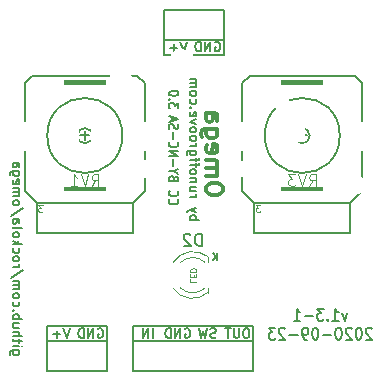
<source format=gbo>
%TF.GenerationSoftware,KiCad,Pcbnew,6.0.0+dfsg1-2*%
%TF.CreationDate,2022-01-11T21:16:38+02:00*%
%TF.ProjectId,omega,6f6d6567-612e-46b6-9963-61645f706362,rev?*%
%TF.SameCoordinates,Original*%
%TF.FileFunction,Legend,Bot*%
%TF.FilePolarity,Positive*%
%FSLAX46Y46*%
G04 Gerber Fmt 4.6, Leading zero omitted, Abs format (unit mm)*
G04 Created by KiCad (PCBNEW 6.0.0+dfsg1-2) date 2022-01-11 21:16:38*
%MOMM*%
%LPD*%
G01*
G04 APERTURE LIST*
%ADD10C,0.300000*%
%ADD11C,0.127000*%
%ADD12C,0.081280*%
%ADD13C,0.048768*%
%ADD14C,0.150000*%
%ADD15C,0.100000*%
%ADD16C,0.120000*%
%ADD17C,1.600000*%
%ADD18O,1.600000X1.600000*%
%ADD19R,1.600000X1.600000*%
%ADD20O,2.250000X2.250000*%
%ADD21R,1.930400X1.930400*%
%ADD22O,1.930400X1.930400*%
%ADD23R,2.200000X2.200000*%
%ADD24O,2.200000X2.200000*%
%ADD25O,2.000000X2.000000*%
%ADD26R,1.800000X1.800000*%
%ADD27C,1.800000*%
G04 APERTURE END LIST*
D10*
X108970666Y-68039857D02*
X108970666Y-67754142D01*
X108904000Y-67611285D01*
X108770666Y-67468428D01*
X108504000Y-67397000D01*
X108037333Y-67397000D01*
X107770666Y-67468428D01*
X107637333Y-67611285D01*
X107570666Y-67754142D01*
X107570666Y-68039857D01*
X107637333Y-68182714D01*
X107770666Y-68325571D01*
X108037333Y-68397000D01*
X108504000Y-68397000D01*
X108770666Y-68325571D01*
X108904000Y-68182714D01*
X108970666Y-68039857D01*
X107570666Y-66754142D02*
X108504000Y-66754142D01*
X108370666Y-66754142D02*
X108437333Y-66682714D01*
X108504000Y-66539857D01*
X108504000Y-66325571D01*
X108437333Y-66182714D01*
X108304000Y-66111285D01*
X107570666Y-66111285D01*
X108304000Y-66111285D02*
X108437333Y-66039857D01*
X108504000Y-65897000D01*
X108504000Y-65682714D01*
X108437333Y-65539857D01*
X108304000Y-65468428D01*
X107570666Y-65468428D01*
X107637333Y-64182714D02*
X107570666Y-64325571D01*
X107570666Y-64611285D01*
X107637333Y-64754142D01*
X107770666Y-64825571D01*
X108304000Y-64825571D01*
X108437333Y-64754142D01*
X108504000Y-64611285D01*
X108504000Y-64325571D01*
X108437333Y-64182714D01*
X108304000Y-64111285D01*
X108170666Y-64111285D01*
X108037333Y-64825571D01*
X108504000Y-62825571D02*
X107370666Y-62825571D01*
X107237333Y-62897000D01*
X107170666Y-62968428D01*
X107104000Y-63111285D01*
X107104000Y-63325571D01*
X107170666Y-63468428D01*
X107637333Y-62825571D02*
X107570666Y-62968428D01*
X107570666Y-63254142D01*
X107637333Y-63397000D01*
X107704000Y-63468428D01*
X107837333Y-63539857D01*
X108237333Y-63539857D01*
X108370666Y-63468428D01*
X108437333Y-63397000D01*
X108504000Y-63254142D01*
X108504000Y-62968428D01*
X108437333Y-62825571D01*
X107570666Y-61468428D02*
X108304000Y-61468428D01*
X108437333Y-61539857D01*
X108504000Y-61682714D01*
X108504000Y-61968428D01*
X108437333Y-62111285D01*
X107637333Y-61468428D02*
X107570666Y-61611285D01*
X107570666Y-61968428D01*
X107637333Y-62111285D01*
X107770666Y-62182714D01*
X107904000Y-62182714D01*
X108037333Y-62111285D01*
X108104000Y-61968428D01*
X108104000Y-61611285D01*
X108170666Y-61468428D01*
D11*
X106191095Y-70496952D02*
X106991095Y-70496952D01*
X106686333Y-70496952D02*
X106724428Y-70420761D01*
X106724428Y-70268380D01*
X106686333Y-70192190D01*
X106648238Y-70154095D01*
X106572047Y-70116000D01*
X106343476Y-70116000D01*
X106267285Y-70154095D01*
X106229190Y-70192190D01*
X106191095Y-70268380D01*
X106191095Y-70420761D01*
X106229190Y-70496952D01*
X106724428Y-69849333D02*
X106191095Y-69658857D01*
X106724428Y-69468380D02*
X106191095Y-69658857D01*
X106000619Y-69735047D01*
X105962523Y-69773142D01*
X105924428Y-69849333D01*
X106191095Y-68554095D02*
X106724428Y-68554095D01*
X106572047Y-68554095D02*
X106648238Y-68516000D01*
X106686333Y-68477904D01*
X106724428Y-68401714D01*
X106724428Y-68325523D01*
X106724428Y-67716000D02*
X106191095Y-67716000D01*
X106724428Y-68058857D02*
X106305380Y-68058857D01*
X106229190Y-68020761D01*
X106191095Y-67944571D01*
X106191095Y-67830285D01*
X106229190Y-67754095D01*
X106267285Y-67716000D01*
X106724428Y-67335047D02*
X106191095Y-67335047D01*
X106648238Y-67335047D02*
X106686333Y-67296952D01*
X106724428Y-67220761D01*
X106724428Y-67106476D01*
X106686333Y-67030285D01*
X106610142Y-66992190D01*
X106191095Y-66992190D01*
X106191095Y-66496952D02*
X106229190Y-66573142D01*
X106267285Y-66611238D01*
X106343476Y-66649333D01*
X106572047Y-66649333D01*
X106648238Y-66611238D01*
X106686333Y-66573142D01*
X106724428Y-66496952D01*
X106724428Y-66382666D01*
X106686333Y-66306476D01*
X106648238Y-66268380D01*
X106572047Y-66230285D01*
X106343476Y-66230285D01*
X106267285Y-66268380D01*
X106229190Y-66306476D01*
X106191095Y-66382666D01*
X106191095Y-66496952D01*
X106724428Y-66001714D02*
X106724428Y-65696952D01*
X106191095Y-65887428D02*
X106876809Y-65887428D01*
X106953000Y-65849333D01*
X106991095Y-65773142D01*
X106991095Y-65696952D01*
X106724428Y-65544571D02*
X106724428Y-65239809D01*
X106191095Y-65430285D02*
X106876809Y-65430285D01*
X106953000Y-65392190D01*
X106991095Y-65316000D01*
X106991095Y-65239809D01*
X106724428Y-64630285D02*
X106076809Y-64630285D01*
X106000619Y-64668380D01*
X105962523Y-64706476D01*
X105924428Y-64782666D01*
X105924428Y-64896952D01*
X105962523Y-64973142D01*
X106229190Y-64630285D02*
X106191095Y-64706476D01*
X106191095Y-64858857D01*
X106229190Y-64935047D01*
X106267285Y-64973142D01*
X106343476Y-65011238D01*
X106572047Y-65011238D01*
X106648238Y-64973142D01*
X106686333Y-64935047D01*
X106724428Y-64858857D01*
X106724428Y-64706476D01*
X106686333Y-64630285D01*
X106191095Y-64249333D02*
X106724428Y-64249333D01*
X106572047Y-64249333D02*
X106648238Y-64211238D01*
X106686333Y-64173142D01*
X106724428Y-64096952D01*
X106724428Y-64020761D01*
X106191095Y-63639809D02*
X106229190Y-63716000D01*
X106267285Y-63754095D01*
X106343476Y-63792190D01*
X106572047Y-63792190D01*
X106648238Y-63754095D01*
X106686333Y-63716000D01*
X106724428Y-63639809D01*
X106724428Y-63525523D01*
X106686333Y-63449333D01*
X106648238Y-63411238D01*
X106572047Y-63373142D01*
X106343476Y-63373142D01*
X106267285Y-63411238D01*
X106229190Y-63449333D01*
X106191095Y-63525523D01*
X106191095Y-63639809D01*
X106191095Y-62916000D02*
X106229190Y-62992190D01*
X106267285Y-63030285D01*
X106343476Y-63068380D01*
X106572047Y-63068380D01*
X106648238Y-63030285D01*
X106686333Y-62992190D01*
X106724428Y-62916000D01*
X106724428Y-62801714D01*
X106686333Y-62725523D01*
X106648238Y-62687428D01*
X106572047Y-62649333D01*
X106343476Y-62649333D01*
X106267285Y-62687428D01*
X106229190Y-62725523D01*
X106191095Y-62801714D01*
X106191095Y-62916000D01*
X106724428Y-62382666D02*
X106191095Y-62192190D01*
X106724428Y-62001714D01*
X106229190Y-61392190D02*
X106191095Y-61468380D01*
X106191095Y-61620761D01*
X106229190Y-61696952D01*
X106305380Y-61735047D01*
X106610142Y-61735047D01*
X106686333Y-61696952D01*
X106724428Y-61620761D01*
X106724428Y-61468380D01*
X106686333Y-61392190D01*
X106610142Y-61354095D01*
X106533952Y-61354095D01*
X106457761Y-61735047D01*
X106267285Y-61011238D02*
X106229190Y-60973142D01*
X106191095Y-61011238D01*
X106229190Y-61049333D01*
X106267285Y-61011238D01*
X106191095Y-61011238D01*
X106229190Y-60287428D02*
X106191095Y-60363619D01*
X106191095Y-60516000D01*
X106229190Y-60592190D01*
X106267285Y-60630285D01*
X106343476Y-60668380D01*
X106572047Y-60668380D01*
X106648238Y-60630285D01*
X106686333Y-60592190D01*
X106724428Y-60516000D01*
X106724428Y-60363619D01*
X106686333Y-60287428D01*
X106191095Y-59830285D02*
X106229190Y-59906476D01*
X106267285Y-59944571D01*
X106343476Y-59982666D01*
X106572047Y-59982666D01*
X106648238Y-59944571D01*
X106686333Y-59906476D01*
X106724428Y-59830285D01*
X106724428Y-59716000D01*
X106686333Y-59639809D01*
X106648238Y-59601714D01*
X106572047Y-59563619D01*
X106343476Y-59563619D01*
X106267285Y-59601714D01*
X106229190Y-59639809D01*
X106191095Y-59716000D01*
X106191095Y-59830285D01*
X106191095Y-59220761D02*
X106724428Y-59220761D01*
X106648238Y-59220761D02*
X106686333Y-59182666D01*
X106724428Y-59106476D01*
X106724428Y-58992190D01*
X106686333Y-58916000D01*
X106610142Y-58877904D01*
X106191095Y-58877904D01*
X106610142Y-58877904D02*
X106686333Y-58839809D01*
X106724428Y-58763619D01*
X106724428Y-58649333D01*
X106686333Y-58573142D01*
X106610142Y-58535047D01*
X106191095Y-58535047D01*
X104489285Y-68755666D02*
X104451190Y-68789000D01*
X104413095Y-68889000D01*
X104413095Y-68955666D01*
X104451190Y-69055666D01*
X104527380Y-69122333D01*
X104603571Y-69155666D01*
X104755952Y-69189000D01*
X104870238Y-69189000D01*
X105022619Y-69155666D01*
X105098809Y-69122333D01*
X105175000Y-69055666D01*
X105213095Y-68955666D01*
X105213095Y-68889000D01*
X105175000Y-68789000D01*
X105136904Y-68755666D01*
X104489285Y-68055666D02*
X104451190Y-68089000D01*
X104413095Y-68189000D01*
X104413095Y-68255666D01*
X104451190Y-68355666D01*
X104527380Y-68422333D01*
X104603571Y-68455666D01*
X104755952Y-68489000D01*
X104870238Y-68489000D01*
X105022619Y-68455666D01*
X105098809Y-68422333D01*
X105175000Y-68355666D01*
X105213095Y-68255666D01*
X105213095Y-68189000D01*
X105175000Y-68089000D01*
X105136904Y-68055666D01*
X104832142Y-66989000D02*
X104794047Y-66889000D01*
X104755952Y-66855666D01*
X104679761Y-66822333D01*
X104565476Y-66822333D01*
X104489285Y-66855666D01*
X104451190Y-66889000D01*
X104413095Y-66955666D01*
X104413095Y-67222333D01*
X105213095Y-67222333D01*
X105213095Y-66989000D01*
X105175000Y-66922333D01*
X105136904Y-66889000D01*
X105060714Y-66855666D01*
X104984523Y-66855666D01*
X104908333Y-66889000D01*
X104870238Y-66922333D01*
X104832142Y-66989000D01*
X104832142Y-67222333D01*
X104794047Y-66389000D02*
X104413095Y-66389000D01*
X105213095Y-66622333D02*
X104794047Y-66389000D01*
X105213095Y-66155666D01*
X104717857Y-65922333D02*
X104717857Y-65389000D01*
X104413095Y-65055666D02*
X105213095Y-65055666D01*
X104413095Y-64655666D01*
X105213095Y-64655666D01*
X104489285Y-63922333D02*
X104451190Y-63955666D01*
X104413095Y-64055666D01*
X104413095Y-64122333D01*
X104451190Y-64222333D01*
X104527380Y-64289000D01*
X104603571Y-64322333D01*
X104755952Y-64355666D01*
X104870238Y-64355666D01*
X105022619Y-64322333D01*
X105098809Y-64289000D01*
X105175000Y-64222333D01*
X105213095Y-64122333D01*
X105213095Y-64055666D01*
X105175000Y-63955666D01*
X105136904Y-63922333D01*
X104717857Y-63622333D02*
X104717857Y-63089000D01*
X104451190Y-62789000D02*
X104413095Y-62689000D01*
X104413095Y-62522333D01*
X104451190Y-62455666D01*
X104489285Y-62422333D01*
X104565476Y-62389000D01*
X104641666Y-62389000D01*
X104717857Y-62422333D01*
X104755952Y-62455666D01*
X104794047Y-62522333D01*
X104832142Y-62655666D01*
X104870238Y-62722333D01*
X104908333Y-62755666D01*
X104984523Y-62789000D01*
X105060714Y-62789000D01*
X105136904Y-62755666D01*
X105175000Y-62722333D01*
X105213095Y-62655666D01*
X105213095Y-62489000D01*
X105175000Y-62389000D01*
X104641666Y-62122333D02*
X104641666Y-61789000D01*
X104413095Y-62189000D02*
X105213095Y-61955666D01*
X104413095Y-61722333D01*
X105213095Y-61022333D02*
X105213095Y-60589000D01*
X104908333Y-60822333D01*
X104908333Y-60722333D01*
X104870238Y-60655666D01*
X104832142Y-60622333D01*
X104755952Y-60589000D01*
X104565476Y-60589000D01*
X104489285Y-60622333D01*
X104451190Y-60655666D01*
X104413095Y-60722333D01*
X104413095Y-60922333D01*
X104451190Y-60989000D01*
X104489285Y-61022333D01*
X104489285Y-60289000D02*
X104451190Y-60255666D01*
X104413095Y-60289000D01*
X104451190Y-60322333D01*
X104489285Y-60289000D01*
X104413095Y-60289000D01*
X105213095Y-59822333D02*
X105213095Y-59755666D01*
X105175000Y-59689000D01*
X105136904Y-59655666D01*
X105060714Y-59622333D01*
X104908333Y-59589000D01*
X104717857Y-59589000D01*
X104565476Y-59622333D01*
X104489285Y-59655666D01*
X104451190Y-59689000D01*
X104413095Y-59755666D01*
X104413095Y-59822333D01*
X104451190Y-59889000D01*
X104489285Y-59922333D01*
X104565476Y-59955666D01*
X104717857Y-59989000D01*
X104908333Y-59989000D01*
X105060714Y-59955666D01*
X105136904Y-59922333D01*
X105175000Y-59889000D01*
X105213095Y-59822333D01*
X119492428Y-78355714D02*
X119278142Y-79022380D01*
X119063857Y-78355714D01*
X118249571Y-79022380D02*
X118763857Y-79022380D01*
X118506714Y-79022380D02*
X118506714Y-78022380D01*
X118592428Y-78165238D01*
X118678142Y-78260476D01*
X118763857Y-78308095D01*
X117863857Y-78927142D02*
X117821000Y-78974761D01*
X117863857Y-79022380D01*
X117906714Y-78974761D01*
X117863857Y-78927142D01*
X117863857Y-79022380D01*
X117521000Y-78022380D02*
X116963857Y-78022380D01*
X117263857Y-78403333D01*
X117135285Y-78403333D01*
X117049571Y-78450952D01*
X117006714Y-78498571D01*
X116963857Y-78593809D01*
X116963857Y-78831904D01*
X117006714Y-78927142D01*
X117049571Y-78974761D01*
X117135285Y-79022380D01*
X117392428Y-79022380D01*
X117478142Y-78974761D01*
X117521000Y-78927142D01*
X116578142Y-78641428D02*
X115892428Y-78641428D01*
X114992428Y-79022380D02*
X115506714Y-79022380D01*
X115249571Y-79022380D02*
X115249571Y-78022380D01*
X115335285Y-78165238D01*
X115421000Y-78260476D01*
X115506714Y-78308095D01*
X121592428Y-79727619D02*
X121549571Y-79680000D01*
X121463857Y-79632380D01*
X121249571Y-79632380D01*
X121163857Y-79680000D01*
X121121000Y-79727619D01*
X121078142Y-79822857D01*
X121078142Y-79918095D01*
X121121000Y-80060952D01*
X121635285Y-80632380D01*
X121078142Y-80632380D01*
X120521000Y-79632380D02*
X120435285Y-79632380D01*
X120349571Y-79680000D01*
X120306714Y-79727619D01*
X120263857Y-79822857D01*
X120221000Y-80013333D01*
X120221000Y-80251428D01*
X120263857Y-80441904D01*
X120306714Y-80537142D01*
X120349571Y-80584761D01*
X120435285Y-80632380D01*
X120521000Y-80632380D01*
X120606714Y-80584761D01*
X120649571Y-80537142D01*
X120692428Y-80441904D01*
X120735285Y-80251428D01*
X120735285Y-80013333D01*
X120692428Y-79822857D01*
X120649571Y-79727619D01*
X120606714Y-79680000D01*
X120521000Y-79632380D01*
X119878142Y-79727619D02*
X119835285Y-79680000D01*
X119749571Y-79632380D01*
X119535285Y-79632380D01*
X119449571Y-79680000D01*
X119406714Y-79727619D01*
X119363857Y-79822857D01*
X119363857Y-79918095D01*
X119406714Y-80060952D01*
X119921000Y-80632380D01*
X119363857Y-80632380D01*
X118806714Y-79632380D02*
X118721000Y-79632380D01*
X118635285Y-79680000D01*
X118592428Y-79727619D01*
X118549571Y-79822857D01*
X118506714Y-80013333D01*
X118506714Y-80251428D01*
X118549571Y-80441904D01*
X118592428Y-80537142D01*
X118635285Y-80584761D01*
X118721000Y-80632380D01*
X118806714Y-80632380D01*
X118892428Y-80584761D01*
X118935285Y-80537142D01*
X118978142Y-80441904D01*
X119021000Y-80251428D01*
X119021000Y-80013333D01*
X118978142Y-79822857D01*
X118935285Y-79727619D01*
X118892428Y-79680000D01*
X118806714Y-79632380D01*
X118121000Y-80251428D02*
X117435285Y-80251428D01*
X116835285Y-79632380D02*
X116749571Y-79632380D01*
X116663857Y-79680000D01*
X116621000Y-79727619D01*
X116578142Y-79822857D01*
X116535285Y-80013333D01*
X116535285Y-80251428D01*
X116578142Y-80441904D01*
X116621000Y-80537142D01*
X116663857Y-80584761D01*
X116749571Y-80632380D01*
X116835285Y-80632380D01*
X116921000Y-80584761D01*
X116963857Y-80537142D01*
X117006714Y-80441904D01*
X117049571Y-80251428D01*
X117049571Y-80013333D01*
X117006714Y-79822857D01*
X116963857Y-79727619D01*
X116921000Y-79680000D01*
X116835285Y-79632380D01*
X116106714Y-80632380D02*
X115935285Y-80632380D01*
X115849571Y-80584761D01*
X115806714Y-80537142D01*
X115721000Y-80394285D01*
X115678142Y-80203809D01*
X115678142Y-79822857D01*
X115721000Y-79727619D01*
X115763857Y-79680000D01*
X115849571Y-79632380D01*
X116021000Y-79632380D01*
X116106714Y-79680000D01*
X116149571Y-79727619D01*
X116192428Y-79822857D01*
X116192428Y-80060952D01*
X116149571Y-80156190D01*
X116106714Y-80203809D01*
X116021000Y-80251428D01*
X115849571Y-80251428D01*
X115763857Y-80203809D01*
X115721000Y-80156190D01*
X115678142Y-80060952D01*
X115292428Y-80251428D02*
X114606714Y-80251428D01*
X114220999Y-79727619D02*
X114178142Y-79680000D01*
X114092428Y-79632380D01*
X113878142Y-79632380D01*
X113792428Y-79680000D01*
X113749571Y-79727619D01*
X113706714Y-79822857D01*
X113706714Y-79918095D01*
X113749571Y-80060952D01*
X114263857Y-80632380D01*
X113706714Y-80632380D01*
X113406714Y-79632380D02*
X112849571Y-79632380D01*
X113149571Y-80013333D01*
X113020999Y-80013333D01*
X112935285Y-80060952D01*
X112892428Y-80108571D01*
X112849571Y-80203809D01*
X112849571Y-80441904D01*
X112892428Y-80537142D01*
X112935285Y-80584761D01*
X113020999Y-80632380D01*
X113278142Y-80632380D01*
X113363857Y-80584761D01*
X113406714Y-80537142D01*
X91738428Y-81558428D02*
X91090809Y-81558428D01*
X91014619Y-81596523D01*
X90976523Y-81634619D01*
X90938428Y-81710809D01*
X90938428Y-81825095D01*
X90976523Y-81901285D01*
X91243190Y-81558428D02*
X91205095Y-81634619D01*
X91205095Y-81787000D01*
X91243190Y-81863190D01*
X91281285Y-81901285D01*
X91357476Y-81939380D01*
X91586047Y-81939380D01*
X91662238Y-81901285D01*
X91700333Y-81863190D01*
X91738428Y-81787000D01*
X91738428Y-81634619D01*
X91700333Y-81558428D01*
X91205095Y-81177476D02*
X91738428Y-81177476D01*
X92005095Y-81177476D02*
X91967000Y-81215571D01*
X91928904Y-81177476D01*
X91967000Y-81139380D01*
X92005095Y-81177476D01*
X91928904Y-81177476D01*
X91738428Y-80910809D02*
X91738428Y-80606047D01*
X92005095Y-80796523D02*
X91319380Y-80796523D01*
X91243190Y-80758428D01*
X91205095Y-80682238D01*
X91205095Y-80606047D01*
X91205095Y-80339380D02*
X92005095Y-80339380D01*
X91205095Y-79996523D02*
X91624142Y-79996523D01*
X91700333Y-80034619D01*
X91738428Y-80110809D01*
X91738428Y-80225095D01*
X91700333Y-80301285D01*
X91662238Y-80339380D01*
X91738428Y-79272714D02*
X91205095Y-79272714D01*
X91738428Y-79615571D02*
X91319380Y-79615571D01*
X91243190Y-79577476D01*
X91205095Y-79501285D01*
X91205095Y-79387000D01*
X91243190Y-79310809D01*
X91281285Y-79272714D01*
X91205095Y-78891761D02*
X92005095Y-78891761D01*
X91700333Y-78891761D02*
X91738428Y-78815571D01*
X91738428Y-78663190D01*
X91700333Y-78587000D01*
X91662238Y-78548904D01*
X91586047Y-78510809D01*
X91357476Y-78510809D01*
X91281285Y-78548904D01*
X91243190Y-78587000D01*
X91205095Y-78663190D01*
X91205095Y-78815571D01*
X91243190Y-78891761D01*
X91281285Y-78167952D02*
X91243190Y-78129857D01*
X91205095Y-78167952D01*
X91243190Y-78206047D01*
X91281285Y-78167952D01*
X91205095Y-78167952D01*
X91243190Y-77444142D02*
X91205095Y-77520333D01*
X91205095Y-77672714D01*
X91243190Y-77748904D01*
X91281285Y-77787000D01*
X91357476Y-77825095D01*
X91586047Y-77825095D01*
X91662238Y-77787000D01*
X91700333Y-77748904D01*
X91738428Y-77672714D01*
X91738428Y-77520333D01*
X91700333Y-77444142D01*
X91205095Y-76987000D02*
X91243190Y-77063190D01*
X91281285Y-77101285D01*
X91357476Y-77139380D01*
X91586047Y-77139380D01*
X91662238Y-77101285D01*
X91700333Y-77063190D01*
X91738428Y-76987000D01*
X91738428Y-76872714D01*
X91700333Y-76796523D01*
X91662238Y-76758428D01*
X91586047Y-76720333D01*
X91357476Y-76720333D01*
X91281285Y-76758428D01*
X91243190Y-76796523D01*
X91205095Y-76872714D01*
X91205095Y-76987000D01*
X91205095Y-76377476D02*
X91738428Y-76377476D01*
X91662238Y-76377476D02*
X91700333Y-76339380D01*
X91738428Y-76263190D01*
X91738428Y-76148904D01*
X91700333Y-76072714D01*
X91624142Y-76034619D01*
X91205095Y-76034619D01*
X91624142Y-76034619D02*
X91700333Y-75996523D01*
X91738428Y-75920333D01*
X91738428Y-75806047D01*
X91700333Y-75729857D01*
X91624142Y-75691761D01*
X91205095Y-75691761D01*
X92043190Y-74739380D02*
X91014619Y-75425095D01*
X91205095Y-74472714D02*
X91738428Y-74472714D01*
X91586047Y-74472714D02*
X91662238Y-74434619D01*
X91700333Y-74396523D01*
X91738428Y-74320333D01*
X91738428Y-74244142D01*
X91205095Y-73863190D02*
X91243190Y-73939380D01*
X91281285Y-73977476D01*
X91357476Y-74015571D01*
X91586047Y-74015571D01*
X91662238Y-73977476D01*
X91700333Y-73939380D01*
X91738428Y-73863190D01*
X91738428Y-73748904D01*
X91700333Y-73672714D01*
X91662238Y-73634619D01*
X91586047Y-73596523D01*
X91357476Y-73596523D01*
X91281285Y-73634619D01*
X91243190Y-73672714D01*
X91205095Y-73748904D01*
X91205095Y-73863190D01*
X91243190Y-72910809D02*
X91205095Y-72987000D01*
X91205095Y-73139380D01*
X91243190Y-73215571D01*
X91281285Y-73253666D01*
X91357476Y-73291761D01*
X91586047Y-73291761D01*
X91662238Y-73253666D01*
X91700333Y-73215571D01*
X91738428Y-73139380D01*
X91738428Y-72987000D01*
X91700333Y-72910809D01*
X91205095Y-72567952D02*
X92005095Y-72567952D01*
X91509857Y-72491761D02*
X91205095Y-72263190D01*
X91738428Y-72263190D02*
X91433666Y-72567952D01*
X91205095Y-71806047D02*
X91243190Y-71882238D01*
X91281285Y-71920333D01*
X91357476Y-71958428D01*
X91586047Y-71958428D01*
X91662238Y-71920333D01*
X91700333Y-71882238D01*
X91738428Y-71806047D01*
X91738428Y-71691761D01*
X91700333Y-71615571D01*
X91662238Y-71577476D01*
X91586047Y-71539380D01*
X91357476Y-71539380D01*
X91281285Y-71577476D01*
X91243190Y-71615571D01*
X91205095Y-71691761D01*
X91205095Y-71806047D01*
X91205095Y-71082238D02*
X91243190Y-71158428D01*
X91319380Y-71196523D01*
X92005095Y-71196523D01*
X91205095Y-70434619D02*
X91624142Y-70434619D01*
X91700333Y-70472714D01*
X91738428Y-70548904D01*
X91738428Y-70701285D01*
X91700333Y-70777476D01*
X91243190Y-70434619D02*
X91205095Y-70510809D01*
X91205095Y-70701285D01*
X91243190Y-70777476D01*
X91319380Y-70815571D01*
X91395571Y-70815571D01*
X91471761Y-70777476D01*
X91509857Y-70701285D01*
X91509857Y-70510809D01*
X91547952Y-70434619D01*
X92043190Y-69482238D02*
X91014619Y-70167952D01*
X91205095Y-69101285D02*
X91243190Y-69177476D01*
X91281285Y-69215571D01*
X91357476Y-69253666D01*
X91586047Y-69253666D01*
X91662238Y-69215571D01*
X91700333Y-69177476D01*
X91738428Y-69101285D01*
X91738428Y-68987000D01*
X91700333Y-68910809D01*
X91662238Y-68872714D01*
X91586047Y-68834619D01*
X91357476Y-68834619D01*
X91281285Y-68872714D01*
X91243190Y-68910809D01*
X91205095Y-68987000D01*
X91205095Y-69101285D01*
X91205095Y-68491761D02*
X91738428Y-68491761D01*
X91662238Y-68491761D02*
X91700333Y-68453666D01*
X91738428Y-68377476D01*
X91738428Y-68263190D01*
X91700333Y-68187000D01*
X91624142Y-68148904D01*
X91205095Y-68148904D01*
X91624142Y-68148904D02*
X91700333Y-68110809D01*
X91738428Y-68034619D01*
X91738428Y-67920333D01*
X91700333Y-67844142D01*
X91624142Y-67806047D01*
X91205095Y-67806047D01*
X91243190Y-67120333D02*
X91205095Y-67196523D01*
X91205095Y-67348904D01*
X91243190Y-67425095D01*
X91319380Y-67463190D01*
X91624142Y-67463190D01*
X91700333Y-67425095D01*
X91738428Y-67348904D01*
X91738428Y-67196523D01*
X91700333Y-67120333D01*
X91624142Y-67082238D01*
X91547952Y-67082238D01*
X91471761Y-67463190D01*
X91738428Y-66396523D02*
X91090809Y-66396523D01*
X91014619Y-66434619D01*
X90976523Y-66472714D01*
X90938428Y-66548904D01*
X90938428Y-66663190D01*
X90976523Y-66739380D01*
X91243190Y-66396523D02*
X91205095Y-66472714D01*
X91205095Y-66625095D01*
X91243190Y-66701285D01*
X91281285Y-66739380D01*
X91357476Y-66777476D01*
X91586047Y-66777476D01*
X91662238Y-66739380D01*
X91700333Y-66701285D01*
X91738428Y-66625095D01*
X91738428Y-66472714D01*
X91700333Y-66396523D01*
X91205095Y-65672714D02*
X91624142Y-65672714D01*
X91700333Y-65710809D01*
X91738428Y-65787000D01*
X91738428Y-65939380D01*
X91700333Y-66015571D01*
X91243190Y-65672714D02*
X91205095Y-65748904D01*
X91205095Y-65939380D01*
X91243190Y-66015571D01*
X91319380Y-66053666D01*
X91395571Y-66053666D01*
X91471761Y-66015571D01*
X91509857Y-65939380D01*
X91509857Y-65748904D01*
X91547952Y-65672714D01*
D12*
%TO.C,RV1*%
X97856523Y-67619638D02*
X98178257Y-67160019D01*
X98408066Y-67619638D02*
X98408066Y-66654438D01*
X98040371Y-66654438D01*
X97948447Y-66700400D01*
X97902485Y-66746361D01*
X97856523Y-66838285D01*
X97856523Y-66976171D01*
X97902485Y-67068095D01*
X97948447Y-67114057D01*
X98040371Y-67160019D01*
X98408066Y-67160019D01*
X97580752Y-66654438D02*
X97259019Y-67619638D01*
X96937285Y-66654438D01*
X96109971Y-67619638D02*
X96661514Y-67619638D01*
X96385742Y-67619638D02*
X96385742Y-66654438D01*
X96477666Y-66792323D01*
X96569590Y-66884247D01*
X96661514Y-66930209D01*
D13*
X93718510Y-69243302D02*
X93360007Y-69243302D01*
X93553047Y-69463920D01*
X93470316Y-69463920D01*
X93415162Y-69491497D01*
X93387584Y-69519074D01*
X93360007Y-69574228D01*
X93360007Y-69712114D01*
X93387584Y-69767268D01*
X93415162Y-69794845D01*
X93470316Y-69822422D01*
X93635779Y-69822422D01*
X93690933Y-69794845D01*
X93718510Y-69767268D01*
D14*
%TO.C,J3*%
X96011904Y-79698904D02*
X95745238Y-80498904D01*
X95478571Y-79698904D01*
X95211904Y-80194142D02*
X94602380Y-80194142D01*
X94907142Y-80498904D02*
X94907142Y-79889380D01*
X98399523Y-79737000D02*
X98475714Y-79698904D01*
X98590000Y-79698904D01*
X98704285Y-79737000D01*
X98780476Y-79813190D01*
X98818571Y-79889380D01*
X98856666Y-80041761D01*
X98856666Y-80156047D01*
X98818571Y-80308428D01*
X98780476Y-80384619D01*
X98704285Y-80460809D01*
X98590000Y-80498904D01*
X98513809Y-80498904D01*
X98399523Y-80460809D01*
X98361428Y-80422714D01*
X98361428Y-80156047D01*
X98513809Y-80156047D01*
X98018571Y-80498904D02*
X98018571Y-79698904D01*
X97561428Y-80498904D01*
X97561428Y-79698904D01*
X97180476Y-80498904D02*
X97180476Y-79698904D01*
X96990000Y-79698904D01*
X96875714Y-79737000D01*
X96799523Y-79813190D01*
X96761428Y-79889380D01*
X96723333Y-80041761D01*
X96723333Y-80156047D01*
X96761428Y-80308428D01*
X96799523Y-80384619D01*
X96875714Y-80460809D01*
X96990000Y-80498904D01*
X97180476Y-80498904D01*
%TO.C,J1*%
X105765523Y-79737000D02*
X105841714Y-79698904D01*
X105956000Y-79698904D01*
X106070285Y-79737000D01*
X106146476Y-79813190D01*
X106184571Y-79889380D01*
X106222666Y-80041761D01*
X106222666Y-80156047D01*
X106184571Y-80308428D01*
X106146476Y-80384619D01*
X106070285Y-80460809D01*
X105956000Y-80498904D01*
X105879809Y-80498904D01*
X105765523Y-80460809D01*
X105727428Y-80422714D01*
X105727428Y-80156047D01*
X105879809Y-80156047D01*
X105384571Y-80498904D02*
X105384571Y-79698904D01*
X104927428Y-80498904D01*
X104927428Y-79698904D01*
X104546476Y-80498904D02*
X104546476Y-79698904D01*
X104356000Y-79698904D01*
X104241714Y-79737000D01*
X104165523Y-79813190D01*
X104127428Y-79889380D01*
X104089333Y-80041761D01*
X104089333Y-80156047D01*
X104127428Y-80308428D01*
X104165523Y-80384619D01*
X104241714Y-80460809D01*
X104356000Y-80498904D01*
X104546476Y-80498904D01*
X103035047Y-80498904D02*
X103035047Y-79698904D01*
X102654095Y-80498904D02*
X102654095Y-79698904D01*
X102196952Y-80498904D01*
X102196952Y-79698904D01*
X108381714Y-80460809D02*
X108267428Y-80498904D01*
X108076952Y-80498904D01*
X108000761Y-80460809D01*
X107962666Y-80422714D01*
X107924571Y-80346523D01*
X107924571Y-80270333D01*
X107962666Y-80194142D01*
X108000761Y-80156047D01*
X108076952Y-80117952D01*
X108229333Y-80079857D01*
X108305523Y-80041761D01*
X108343619Y-80003666D01*
X108381714Y-79927476D01*
X108381714Y-79851285D01*
X108343619Y-79775095D01*
X108305523Y-79737000D01*
X108229333Y-79698904D01*
X108038857Y-79698904D01*
X107924571Y-79737000D01*
X107657904Y-79698904D02*
X107467428Y-80498904D01*
X107315047Y-79927476D01*
X107162666Y-80498904D01*
X106972190Y-79698904D01*
X111036000Y-79698904D02*
X110883619Y-79698904D01*
X110807428Y-79737000D01*
X110731238Y-79813190D01*
X110693142Y-79965571D01*
X110693142Y-80232238D01*
X110731238Y-80384619D01*
X110807428Y-80460809D01*
X110883619Y-80498904D01*
X111036000Y-80498904D01*
X111112190Y-80460809D01*
X111188380Y-80384619D01*
X111226476Y-80232238D01*
X111226476Y-79965571D01*
X111188380Y-79813190D01*
X111112190Y-79737000D01*
X111036000Y-79698904D01*
X110350285Y-79698904D02*
X110350285Y-80346523D01*
X110312190Y-80422714D01*
X110274095Y-80460809D01*
X110197904Y-80498904D01*
X110045523Y-80498904D01*
X109969333Y-80460809D01*
X109931238Y-80422714D01*
X109893142Y-80346523D01*
X109893142Y-79698904D01*
X109626476Y-79698904D02*
X109169333Y-79698904D01*
X109397904Y-80498904D02*
X109397904Y-79698904D01*
%TO.C,J2*%
X105917904Y-55441904D02*
X105651238Y-56241904D01*
X105384571Y-55441904D01*
X105117904Y-55937142D02*
X104508380Y-55937142D01*
X104813142Y-56241904D02*
X104813142Y-55632380D01*
X108305523Y-55480000D02*
X108381714Y-55441904D01*
X108496000Y-55441904D01*
X108610285Y-55480000D01*
X108686476Y-55556190D01*
X108724571Y-55632380D01*
X108762666Y-55784761D01*
X108762666Y-55899047D01*
X108724571Y-56051428D01*
X108686476Y-56127619D01*
X108610285Y-56203809D01*
X108496000Y-56241904D01*
X108419809Y-56241904D01*
X108305523Y-56203809D01*
X108267428Y-56165714D01*
X108267428Y-55899047D01*
X108419809Y-55899047D01*
X107924571Y-56241904D02*
X107924571Y-55441904D01*
X107467428Y-56241904D01*
X107467428Y-55441904D01*
X107086476Y-56241904D02*
X107086476Y-55441904D01*
X106896000Y-55441904D01*
X106781714Y-55480000D01*
X106705523Y-55556190D01*
X106667428Y-55632380D01*
X106629333Y-55784761D01*
X106629333Y-55899047D01*
X106667428Y-56051428D01*
X106705523Y-56127619D01*
X106781714Y-56203809D01*
X106896000Y-56241904D01*
X107086476Y-56241904D01*
D12*
%TO.C,RV3*%
X116271523Y-67619638D02*
X116593257Y-67160019D01*
X116823066Y-67619638D02*
X116823066Y-66654438D01*
X116455371Y-66654438D01*
X116363447Y-66700400D01*
X116317485Y-66746361D01*
X116271523Y-66838285D01*
X116271523Y-66976171D01*
X116317485Y-67068095D01*
X116363447Y-67114057D01*
X116455371Y-67160019D01*
X116823066Y-67160019D01*
X115995752Y-66654438D02*
X115674019Y-67619638D01*
X115352285Y-66654438D01*
X115122476Y-66654438D02*
X114524971Y-66654438D01*
X114846704Y-67022133D01*
X114708819Y-67022133D01*
X114616895Y-67068095D01*
X114570933Y-67114057D01*
X114524971Y-67205980D01*
X114524971Y-67435790D01*
X114570933Y-67527714D01*
X114616895Y-67573676D01*
X114708819Y-67619638D01*
X114984590Y-67619638D01*
X115076514Y-67573676D01*
X115122476Y-67527714D01*
D13*
X112133510Y-69243302D02*
X111775007Y-69243302D01*
X111968047Y-69463920D01*
X111885316Y-69463920D01*
X111830162Y-69491497D01*
X111802584Y-69519074D01*
X111775007Y-69574228D01*
X111775007Y-69712114D01*
X111802584Y-69767268D01*
X111830162Y-69794845D01*
X111885316Y-69822422D01*
X112050779Y-69822422D01*
X112105933Y-69794845D01*
X112133510Y-69767268D01*
D14*
%TO.C,D2*%
X107164095Y-72676380D02*
X107164095Y-71676380D01*
X106926000Y-71676380D01*
X106783142Y-71724000D01*
X106687904Y-71819238D01*
X106640285Y-71914476D01*
X106592666Y-72104952D01*
X106592666Y-72247809D01*
X106640285Y-72438285D01*
X106687904Y-72533523D01*
X106783142Y-72628761D01*
X106926000Y-72676380D01*
X107164095Y-72676380D01*
X106211714Y-71771619D02*
X106164095Y-71724000D01*
X106068857Y-71676380D01*
X105830761Y-71676380D01*
X105735523Y-71724000D01*
X105687904Y-71771619D01*
X105640285Y-71866857D01*
X105640285Y-71962095D01*
X105687904Y-72104952D01*
X106259333Y-72676380D01*
X105640285Y-72676380D01*
D11*
X108462742Y-73337771D02*
X108462742Y-73937771D01*
X108119885Y-73337771D02*
X108377028Y-73680628D01*
X108119885Y-73937771D02*
X108462742Y-73594914D01*
D15*
X106225209Y-75505428D02*
X106225209Y-75743523D01*
X106725209Y-75743523D01*
X106487114Y-75338761D02*
X106487114Y-75172095D01*
X106225209Y-75100666D02*
X106225209Y-75338761D01*
X106725209Y-75338761D01*
X106725209Y-75100666D01*
X106225209Y-74886380D02*
X106725209Y-74886380D01*
X106725209Y-74767333D01*
X106701400Y-74695904D01*
X106653780Y-74648285D01*
X106606161Y-74624476D01*
X106510923Y-74600666D01*
X106439495Y-74600666D01*
X106344257Y-74624476D01*
X106296638Y-74648285D01*
X106249019Y-74695904D01*
X106225209Y-74767333D01*
X106225209Y-74886380D01*
D11*
%TO.C,RV1*%
X92202000Y-68072000D02*
X93218000Y-69088000D01*
X96917000Y-63358000D02*
X97647000Y-63358000D01*
X102362000Y-58928000D02*
X102362000Y-62103000D01*
X92202000Y-68072000D02*
X92202000Y-64643000D01*
X93218000Y-69088000D02*
X101346000Y-69088000D01*
X101727000Y-58293000D02*
X102362000Y-58928000D01*
X97282000Y-62993000D02*
X97282000Y-63723000D01*
X92837000Y-58293000D02*
X101727000Y-58293000D01*
X92202000Y-58928000D02*
X92837000Y-58293000D01*
X93218000Y-71628000D02*
X93218000Y-69088000D01*
X101346000Y-69088000D02*
X102362000Y-68072000D01*
X101346000Y-69088000D02*
X101346000Y-71628000D01*
X101346000Y-71628000D02*
X93218000Y-71628000D01*
X102362000Y-68072000D02*
X102362000Y-64643000D01*
X92202000Y-58928000D02*
X92202000Y-62103000D01*
X97917000Y-63373000D02*
G75*
G03*
X97917000Y-63373000I-635000J0D01*
G01*
X100457000Y-63358000D02*
G75*
G03*
X100457000Y-63358000I-3175000J0D01*
G01*
G36*
X99060000Y-68072000D02*
G01*
X95504000Y-68072000D01*
X95504000Y-67691000D01*
X99060000Y-67691000D01*
X99060000Y-68072000D01*
G37*
G36*
X99060000Y-59055000D02*
G01*
X95504000Y-59055000D01*
X95504000Y-58674000D01*
X99060000Y-58674000D01*
X99060000Y-59055000D01*
G37*
%TO.C,J3*%
X94107000Y-80772000D02*
X94107000Y-79502000D01*
X94107000Y-83312000D02*
X99187000Y-83312000D01*
X94107000Y-83312000D02*
X94107000Y-80772000D01*
X94107000Y-79502000D02*
X99187000Y-79502000D01*
X99187000Y-80772000D02*
X99187000Y-79502000D01*
X99187000Y-83312000D02*
X99187000Y-80772000D01*
X99187000Y-80772000D02*
X94107000Y-80772000D01*
%TO.C,J1*%
X101346000Y-83312000D02*
X111506000Y-83312000D01*
X111506000Y-80772000D02*
X111506000Y-79502000D01*
X111506000Y-80772000D02*
X101346000Y-80772000D01*
X101346000Y-79502000D02*
X111506000Y-79502000D01*
X101346000Y-83312000D02*
X101346000Y-80772000D01*
X101346000Y-80772000D02*
X101346000Y-79502000D01*
X111506000Y-83312000D02*
X111506000Y-80772000D01*
%TO.C,J2*%
X104013000Y-56515000D02*
X109093000Y-56515000D01*
X109093000Y-55245000D02*
X109093000Y-52705000D01*
X104013000Y-56515000D02*
X104013000Y-55245000D01*
X109093000Y-56515000D02*
X109093000Y-55245000D01*
X104013000Y-55245000D02*
X109093000Y-55245000D01*
X109093000Y-52705000D02*
X104013000Y-52705000D01*
X104013000Y-55245000D02*
X104013000Y-52705000D01*
%TO.C,RV3*%
X115697000Y-62993000D02*
X115697000Y-63723000D01*
X120777000Y-58928000D02*
X120777000Y-62103000D01*
X111252000Y-58293000D02*
X120142000Y-58293000D01*
X120777000Y-68072000D02*
X120777000Y-64643000D01*
X111633000Y-71628000D02*
X111633000Y-69088000D01*
X110617000Y-68072000D02*
X110617000Y-64643000D01*
X119761000Y-69088000D02*
X119761000Y-71628000D01*
X111633000Y-69088000D02*
X119761000Y-69088000D01*
X115332000Y-63358000D02*
X116062000Y-63358000D01*
X110617000Y-58928000D02*
X111252000Y-58293000D01*
X119761000Y-69088000D02*
X120777000Y-68072000D01*
X110617000Y-58928000D02*
X110617000Y-62103000D01*
X110617000Y-68072000D02*
X111633000Y-69088000D01*
X119761000Y-71628000D02*
X111633000Y-71628000D01*
X120142000Y-58293000D02*
X120777000Y-58928000D01*
X116332000Y-63373000D02*
G75*
G03*
X116332000Y-63373000I-635000J0D01*
G01*
X118872000Y-63358000D02*
G75*
G03*
X118872000Y-63358000I-3175000J0D01*
G01*
G36*
X117475000Y-59055000D02*
G01*
X113919000Y-59055000D01*
X113919000Y-58674000D01*
X117475000Y-58674000D01*
X117475000Y-59055000D01*
G37*
G36*
X117475000Y-68072000D02*
G01*
X113919000Y-68072000D01*
X113919000Y-67691000D01*
X117475000Y-67691000D01*
X117475000Y-68072000D01*
G37*
D16*
%TO.C,D2*%
X107696000Y-76301600D02*
X107696000Y-76657200D01*
X107746800Y-73660000D02*
X107746800Y-74104000D01*
X107696000Y-73609200D02*
G75*
G03*
X104753666Y-74105392I-1244679J-1591132D01*
G01*
X105384870Y-76263837D02*
G75*
G03*
X107466961Y-76264000I1041130J1079837D01*
G01*
X104753666Y-76262607D02*
G75*
G03*
X107696000Y-76657200I1639431J1057386D01*
G01*
X107466961Y-74104000D02*
G75*
G03*
X105384870Y-74104163I-1040961J-1080000D01*
G01*
%TD*%
%LPC*%
D17*
%TO.C,R5*%
X112649000Y-67564000D03*
D18*
X120269000Y-67564000D03*
%TD*%
D17*
%TO.C,R2*%
X100457000Y-73279000D03*
D18*
X92837000Y-73279000D03*
%TD*%
D19*
%TO.C,C3*%
X115189000Y-63119000D03*
D17*
X117689000Y-63119000D03*
%TD*%
%TO.C,R3*%
X102616000Y-69215000D03*
D18*
X110236000Y-69215000D03*
%TD*%
D20*
%TO.C,RV1*%
X102282000Y-63358000D03*
X92282000Y-63358000D03*
D21*
X99822000Y-70358000D03*
D22*
X97282000Y-70358000D03*
X94742000Y-70358000D03*
%TD*%
D23*
%TO.C,D1*%
X115697000Y-57150000D03*
D24*
X105537000Y-57150000D03*
%TD*%
D19*
%TO.C,C6*%
X96012000Y-63373000D03*
D17*
X98512000Y-63373000D03*
%TD*%
%TO.C,R4*%
X110236000Y-66167000D03*
D18*
X102616000Y-66167000D03*
%TD*%
D21*
%TO.C,J3*%
X95377000Y-82042000D03*
D22*
X97917000Y-82042000D03*
%TD*%
D21*
%TO.C,J1*%
X102616000Y-82042000D03*
D22*
X105156000Y-82042000D03*
X107696000Y-82042000D03*
X110236000Y-82042000D03*
%TD*%
D25*
%TO.C,C2*%
X108585000Y-60071000D03*
X113665000Y-60071000D03*
%TD*%
D17*
%TO.C,C1*%
X100076000Y-77724000D03*
X95076000Y-77724000D03*
%TD*%
D21*
%TO.C,J2*%
X105283000Y-53975000D03*
D22*
X107823000Y-53975000D03*
%TD*%
D19*
%TO.C,C7*%
X117475000Y-76708000D03*
D17*
X119975000Y-76708000D03*
%TD*%
D21*
%TO.C,Q2*%
X113665000Y-78105000D03*
D22*
X113665000Y-75565000D03*
X113665000Y-73025000D03*
%TD*%
D20*
%TO.C,RV3*%
X120697000Y-63358000D03*
X110697000Y-63358000D03*
D21*
X118237000Y-70358000D03*
D22*
X115697000Y-70358000D03*
X113157000Y-70358000D03*
%TD*%
%TO.C,RV2*%
X102870000Y-56134000D03*
X100330000Y-58674000D03*
X97790000Y-56134000D03*
%TD*%
D17*
%TO.C,R1*%
X102616000Y-78105000D03*
D18*
X110236000Y-78105000D03*
%TD*%
D17*
%TO.C,R6*%
X112776000Y-82042000D03*
D18*
X120396000Y-82042000D03*
%TD*%
D17*
%TO.C,R7*%
X102626117Y-72324058D03*
D18*
X110246117Y-72324058D03*
%TD*%
D26*
%TO.C,D2*%
X107696000Y-75184000D03*
D27*
X105156000Y-75184000D03*
%TD*%
M02*

</source>
